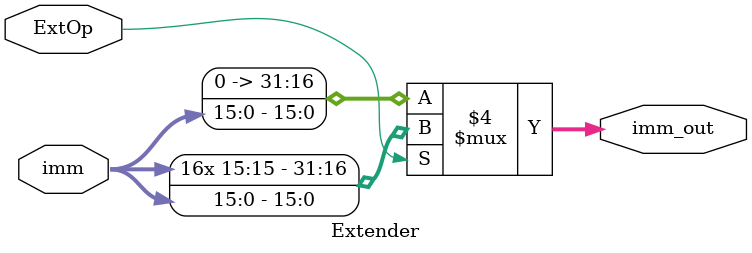
<source format=v>
module Extender(ExtOp,imm,imm_out);
  input ExtOp;
  input[15:0] imm;
  output [31:0] imm_out;
  reg[31:0] imm_out;
  
  always@(imm or ExtOp)
  begin
    if(!ExtOp)
      imm_out = {{16{1'b0}},imm[15:0]};
    else
      imm_out = {{16{imm[15]}},imm[15:0]};
  end
endmodule

</source>
